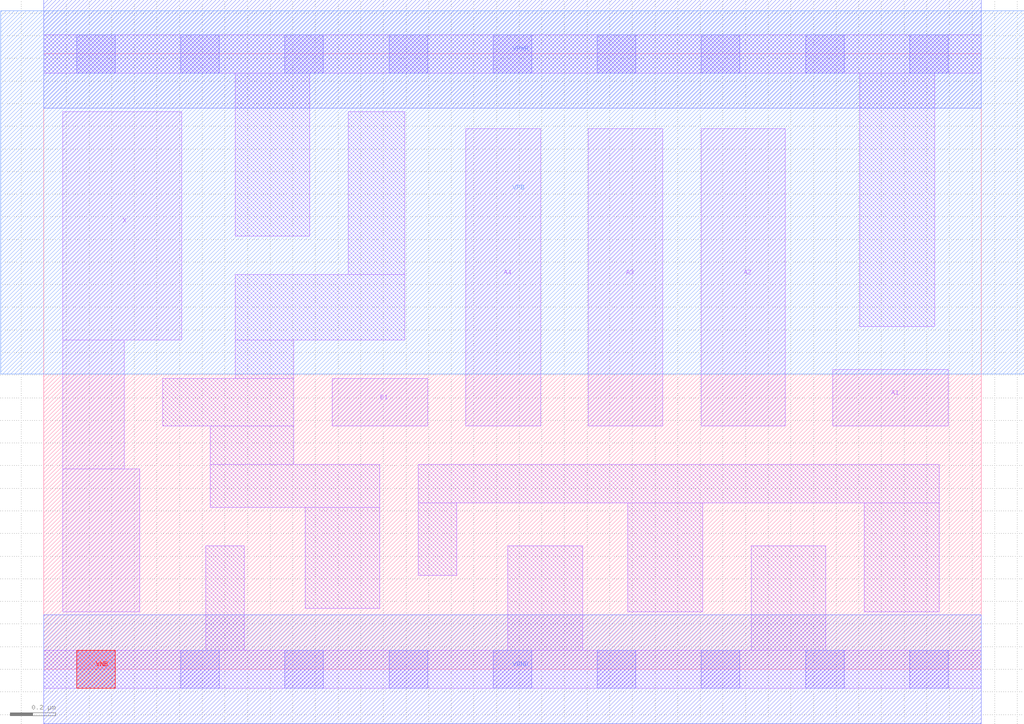
<source format=lef>
# Copyright 2020 The SkyWater PDK Authors
#
# Licensed under the Apache License, Version 2.0 (the "License");
# you may not use this file except in compliance with the License.
# You may obtain a copy of the License at
#
#     https://www.apache.org/licenses/LICENSE-2.0
#
# Unless required by applicable law or agreed to in writing, software
# distributed under the License is distributed on an "AS IS" BASIS,
# WITHOUT WARRANTIES OR CONDITIONS OF ANY KIND, either express or implied.
# See the License for the specific language governing permissions and
# limitations under the License.
#
# SPDX-License-Identifier: Apache-2.0

VERSION 5.7 ;
  NOWIREEXTENSIONATPIN ON ;
  DIVIDERCHAR "/" ;
  BUSBITCHARS "[]" ;
MACRO sky130_fd_sc_hd__o41a_1
  CLASS CORE ;
  FOREIGN sky130_fd_sc_hd__o41a_1 ;
  ORIGIN  0.000000  0.000000 ;
  SIZE  4.140000 BY  2.720000 ;
  SYMMETRY X Y R90 ;
  SITE unithd ;
  PIN A1
    ANTENNAGATEAREA  0.247500 ;
    DIRECTION INPUT ;
    USE SIGNAL ;
    PORT
      LAYER li1 ;
        RECT 3.485000 1.075000 3.995000 1.325000 ;
    END
  END A1
  PIN A2
    ANTENNAGATEAREA  0.247500 ;
    DIRECTION INPUT ;
    USE SIGNAL ;
    PORT
      LAYER li1 ;
        RECT 2.905000 1.075000 3.275000 2.390000 ;
    END
  END A2
  PIN A3
    ANTENNAGATEAREA  0.247500 ;
    DIRECTION INPUT ;
    USE SIGNAL ;
    PORT
      LAYER li1 ;
        RECT 2.405000 1.075000 2.735000 2.390000 ;
    END
  END A3
  PIN A4
    ANTENNAGATEAREA  0.247500 ;
    DIRECTION INPUT ;
    USE SIGNAL ;
    PORT
      LAYER li1 ;
        RECT 1.865000 1.075000 2.195000 2.390000 ;
    END
  END A4
  PIN B1
    ANTENNAGATEAREA  0.247500 ;
    DIRECTION INPUT ;
    USE SIGNAL ;
    PORT
      LAYER li1 ;
        RECT 1.275000 1.075000 1.695000 1.285000 ;
    END
  END B1
  PIN X
    ANTENNADIFFAREA  0.672000 ;
    DIRECTION OUTPUT ;
    USE SIGNAL ;
    PORT
      LAYER li1 ;
        RECT 0.085000 0.255000 0.425000 0.885000 ;
        RECT 0.085000 0.885000 0.355000 1.455000 ;
        RECT 0.085000 1.455000 0.610000 2.465000 ;
    END
  END X
  PIN VGND
    DIRECTION INOUT ;
    SHAPE ABUTMENT ;
    USE GROUND ;
    PORT
      LAYER met1 ;
        RECT 0.000000 -0.240000 4.140000 0.240000 ;
    END
  END VGND
  PIN VNB
    DIRECTION INOUT ;
    USE GROUND ;
    PORT
      LAYER pwell ;
        RECT 0.145000 -0.085000 0.315000 0.085000 ;
    END
  END VNB
  PIN VPB
    DIRECTION INOUT ;
    USE POWER ;
    PORT
      LAYER nwell ;
        RECT -0.190000 1.305000 4.330000 2.910000 ;
    END
  END VPB
  PIN VPWR
    DIRECTION INOUT ;
    SHAPE ABUTMENT ;
    USE POWER ;
    PORT
      LAYER met1 ;
        RECT 0.000000 2.480000 4.140000 2.960000 ;
    END
  END VPWR
  OBS
    LAYER li1 ;
      RECT 0.000000 -0.085000 4.140000 0.085000 ;
      RECT 0.000000  2.635000 4.140000 2.805000 ;
      RECT 0.525000  1.075000 1.105000 1.285000 ;
      RECT 0.715000  0.085000 0.885000 0.545000 ;
      RECT 0.735000  0.715000 1.485000 0.905000 ;
      RECT 0.735000  0.905000 1.105000 1.075000 ;
      RECT 0.845000  1.285000 1.105000 1.455000 ;
      RECT 0.845000  1.455000 1.595000 1.745000 ;
      RECT 0.845000  1.915000 1.175000 2.635000 ;
      RECT 1.155000  0.270000 1.485000 0.715000 ;
      RECT 1.345000  1.745000 1.595000 2.465000 ;
      RECT 1.655000  0.415000 1.825000 0.735000 ;
      RECT 1.655000  0.735000 3.955000 0.905000 ;
      RECT 2.050000  0.085000 2.380000 0.545000 ;
      RECT 2.580000  0.255000 2.910000 0.735000 ;
      RECT 3.125000  0.085000 3.455000 0.545000 ;
      RECT 3.605000  1.515000 3.935000 2.635000 ;
      RECT 3.625000  0.255000 3.955000 0.735000 ;
    LAYER mcon ;
      RECT 0.145000 -0.085000 0.315000 0.085000 ;
      RECT 0.145000  2.635000 0.315000 2.805000 ;
      RECT 0.605000 -0.085000 0.775000 0.085000 ;
      RECT 0.605000  2.635000 0.775000 2.805000 ;
      RECT 1.065000 -0.085000 1.235000 0.085000 ;
      RECT 1.065000  2.635000 1.235000 2.805000 ;
      RECT 1.525000 -0.085000 1.695000 0.085000 ;
      RECT 1.525000  2.635000 1.695000 2.805000 ;
      RECT 1.985000 -0.085000 2.155000 0.085000 ;
      RECT 1.985000  2.635000 2.155000 2.805000 ;
      RECT 2.445000 -0.085000 2.615000 0.085000 ;
      RECT 2.445000  2.635000 2.615000 2.805000 ;
      RECT 2.905000 -0.085000 3.075000 0.085000 ;
      RECT 2.905000  2.635000 3.075000 2.805000 ;
      RECT 3.365000 -0.085000 3.535000 0.085000 ;
      RECT 3.365000  2.635000 3.535000 2.805000 ;
      RECT 3.825000 -0.085000 3.995000 0.085000 ;
      RECT 3.825000  2.635000 3.995000 2.805000 ;
  END
END sky130_fd_sc_hd__o41a_1
END LIBRARY

</source>
